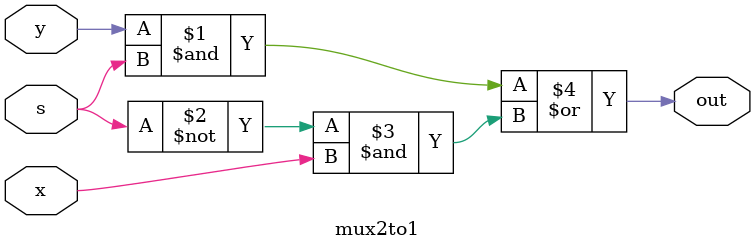
<source format=v>

module mux(LEDR, SW);
	input [9:0] SW;
	output [9:0] LEDR;
	wire wire1;
	wire wire2;	
	
	mux2to1 u0(
		.x(SW[0]),
		.y(SW[1]),
		.s(SW[9]),
		.out(wire1)
		);
		
	mux2to1 u1(
		.x(SW[2]),
		.y(SW[3]),
		.s(SW[9]),
		.out(wire2)
		);
		
	mux2to1 u3(
		.x(wire1),
		.y(wire2),
		.s(SW[8]),
		.out(LEDR[0])
		);
		
endmodule

module mux2to1(x,y,s,out);
	input x;
	input y;
	input s;
	output out;
	
	assign out = y & s | ~s & x;
endmodule



</source>
